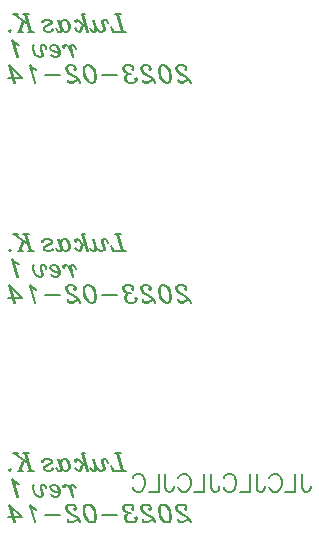
<source format=gbo>
%FSLAX46Y46*%
%MOMM*%
%ADD10C,0.150000*%
G01*
%LPD*%
G01*
%LPD*%
D10*
X34571428Y6342857D02*
X34571428Y7485714D01*
D10*
X34642856Y6128571D02*
X34571428Y6342857D01*
D10*
X34714284Y6057143D02*
X34642856Y6128571D01*
D10*
X34857144Y5985714D02*
X34714284Y6057143D01*
D10*
X35000000Y5985714D02*
X34857144Y5985714D01*
D10*
X35142856Y6057143D02*
X35000000Y5985714D01*
D10*
X35214284Y6128571D02*
X35142856Y6057143D01*
D10*
X35285712Y6342857D02*
X35214284Y6128571D01*
D10*
X35285712Y6485714D02*
X35285712Y6342857D01*
D10*
X34000000Y5985714D02*
X34000000Y7485714D01*
D10*
X33142856Y5985714D02*
X34000000Y5985714D01*
D10*
X31857144Y7271428D02*
X31785714Y7128571D01*
D10*
X32000000Y7414285D02*
X31857144Y7271428D01*
D10*
X32142856Y7485714D02*
X32000000Y7414285D01*
D10*
X32428572Y7485714D02*
X32142856Y7485714D01*
D10*
X32571428Y7414285D02*
X32428572Y7485714D01*
D10*
X32714286Y7271428D02*
X32571428Y7414285D01*
D10*
X32785714Y7128571D02*
X32714286Y7271428D01*
D10*
X32857144Y6914285D02*
X32785714Y7128571D01*
D10*
X32857144Y6557143D02*
X32857144Y6914285D01*
D10*
X32785714Y6342857D02*
X32857144Y6557143D01*
D10*
X32714286Y6200000D02*
X32785714Y6342857D01*
D10*
X32571428Y6057143D02*
X32714286Y6200000D01*
D10*
X32428572Y5985714D02*
X32571428Y6057143D01*
D10*
X32142856Y5985714D02*
X32428572Y5985714D01*
D10*
X32000000Y6057143D02*
X32142856Y5985714D01*
D10*
X31857144Y6200000D02*
X32000000Y6057143D01*
D10*
X31785714Y6342857D02*
X31857144Y6200000D01*
D10*
X30714286Y6342857D02*
X30714286Y7485714D01*
D10*
X30785714Y6128571D02*
X30714286Y6342857D01*
D10*
X30857144Y6057143D02*
X30785714Y6128571D01*
D10*
X31000000Y5985714D02*
X30857144Y6057143D01*
D10*
X31142856Y5985714D02*
X31000000Y5985714D01*
D10*
X31285714Y6057143D02*
X31142856Y5985714D01*
D10*
X31357144Y6128571D02*
X31285714Y6057143D01*
D10*
X31428572Y6342857D02*
X31357144Y6128571D01*
D10*
X31428572Y6485714D02*
X31428572Y6342857D01*
D10*
X30142856Y5985714D02*
X30142856Y7485714D01*
D10*
X29285714Y5985714D02*
X30142856Y5985714D01*
D10*
X28000000Y7271428D02*
X27928572Y7128571D01*
D10*
X28142856Y7414285D02*
X28000000Y7271428D01*
D10*
X28285714Y7485714D02*
X28142856Y7414285D01*
D10*
X28571428Y7485714D02*
X28285714Y7485714D01*
D10*
X28714286Y7414285D02*
X28571428Y7485714D01*
D10*
X28857144Y7271428D02*
X28714286Y7414285D01*
D10*
X28928572Y7128571D02*
X28857144Y7271428D01*
D10*
X29000000Y6914285D02*
X28928572Y7128571D01*
D10*
X29000000Y6557143D02*
X29000000Y6914285D01*
D10*
X28928572Y6342857D02*
X29000000Y6557143D01*
D10*
X28857144Y6200000D02*
X28928572Y6342857D01*
D10*
X28714286Y6057143D02*
X28857144Y6200000D01*
D10*
X28571428Y5985714D02*
X28714286Y6057143D01*
D10*
X28285714Y5985714D02*
X28571428Y5985714D01*
D10*
X28142856Y6057143D02*
X28285714Y5985714D01*
D10*
X28000000Y6200000D02*
X28142856Y6057143D01*
D10*
X27928572Y6342857D02*
X28000000Y6200000D01*
D10*
X26857144Y6342857D02*
X26857144Y7485714D01*
D10*
X26928572Y6128571D02*
X26857144Y6342857D01*
D10*
X27000000Y6057143D02*
X26928572Y6128571D01*
D10*
X27142856Y5985714D02*
X27000000Y6057143D01*
D10*
X27285714Y5985714D02*
X27142856Y5985714D01*
D10*
X27428572Y6057143D02*
X27285714Y5985714D01*
D10*
X27500000Y6128571D02*
X27428572Y6057143D01*
D10*
X27571428Y6342857D02*
X27500000Y6128571D01*
D10*
X27571428Y6485714D02*
X27571428Y6342857D01*
D10*
X26285714Y5985714D02*
X26285714Y7485714D01*
D10*
X25428572Y5985714D02*
X26285714Y5985714D01*
D10*
X24142856Y7271428D02*
X24071428Y7128571D01*
D10*
X24285714Y7414285D02*
X24142856Y7271428D01*
D10*
X24428572Y7485714D02*
X24285714Y7414285D01*
D10*
X24714286Y7485714D02*
X24428572Y7485714D01*
D10*
X24857144Y7414285D02*
X24714286Y7485714D01*
D10*
X25000000Y7271428D02*
X24857144Y7414285D01*
D10*
X25071428Y7128571D02*
X25000000Y7271428D01*
D10*
X25142856Y6914285D02*
X25071428Y7128571D01*
D10*
X25142856Y6557143D02*
X25142856Y6914285D01*
D10*
X25071428Y6342857D02*
X25142856Y6557143D01*
D10*
X25000000Y6200000D02*
X25071428Y6342857D01*
D10*
X24857144Y6057143D02*
X25000000Y6200000D01*
D10*
X24714286Y5985714D02*
X24857144Y6057143D01*
D10*
X24428572Y5985714D02*
X24714286Y5985714D01*
D10*
X24285714Y6057143D02*
X24428572Y5985714D01*
D10*
X24142856Y6200000D02*
X24285714Y6057143D01*
D10*
X24071428Y6342857D02*
X24142856Y6200000D01*
D10*
X23000000Y6342857D02*
X23000000Y7485714D01*
D10*
X23071428Y6128571D02*
X23000000Y6342857D01*
D10*
X23142856Y6057143D02*
X23071428Y6128571D01*
D10*
X23285714Y5985714D02*
X23142856Y6057143D01*
D10*
X23428572Y5985714D02*
X23285714Y5985714D01*
D10*
X23571428Y6057143D02*
X23428572Y5985714D01*
D10*
X23642856Y6128571D02*
X23571428Y6057143D01*
D10*
X23714286Y6342857D02*
X23642856Y6128571D01*
D10*
X23714286Y6485714D02*
X23714286Y6342857D01*
D10*
X22428572Y5985714D02*
X22428572Y7485714D01*
D10*
X21571428Y5985714D02*
X22428572Y5985714D01*
D10*
X20285714Y7271428D02*
X20214286Y7128571D01*
D10*
X20428572Y7414285D02*
X20285714Y7271428D01*
D10*
X20571428Y7485714D02*
X20428572Y7414285D01*
D10*
X20857142Y7485714D02*
X20571428Y7485714D01*
D10*
X21000000Y7414285D02*
X20857142Y7485714D01*
D10*
X21142858Y7271428D02*
X21000000Y7414285D01*
D10*
X21214286Y7128571D02*
X21142858Y7271428D01*
D10*
X21285714Y6914285D02*
X21214286Y7128571D01*
D10*
X21285714Y6557143D02*
X21285714Y6914285D01*
D10*
X21214286Y6342857D02*
X21285714Y6557143D01*
D10*
X21142858Y6200000D02*
X21214286Y6342857D01*
D10*
X21000000Y6057143D02*
X21142858Y6200000D01*
D10*
X20857142Y5985714D02*
X21000000Y6057143D01*
D10*
X20571428Y5985714D02*
X20857142Y5985714D01*
D10*
X20428572Y6057143D02*
X20571428Y5985714D01*
D10*
X20285714Y6200000D02*
X20428572Y6057143D01*
D10*
X20214286Y6342857D02*
X20285714Y6200000D01*
D10*
X19428572Y44935716D02*
X19000000Y46435716D01*
D10*
X19357144Y44935716D02*
X18928572Y46435716D01*
D10*
X18714286Y46435716D02*
X19214286Y46435716D01*
D10*
X18571428Y44935716D02*
X19642856Y44935716D01*
D10*
X18428572Y45364284D02*
X18571428Y44935716D01*
D10*
X18642856Y44935716D02*
X18428572Y45364284D01*
D10*
X18071428Y45792856D02*
X18142856Y45650000D01*
D10*
X17928572Y45935716D02*
X18071428Y45792856D01*
D10*
X17714286Y45935716D02*
X17928572Y45935716D01*
D10*
X17642856Y45864284D02*
X17714286Y45935716D01*
D10*
X17642856Y45650000D02*
X17642856Y45864284D01*
D10*
X17785714Y45221428D02*
X17642856Y45650000D01*
D10*
X17785714Y45078572D02*
X17785714Y45221428D01*
D10*
X17642856Y44935716D02*
X17785714Y45078572D01*
D10*
X17714286Y45864284D02*
X17785714Y45935716D01*
D10*
X17714286Y45650000D02*
X17714286Y45864284D01*
D10*
X17857142Y45221428D02*
X17714286Y45650000D01*
D10*
X17857142Y45078572D02*
X17857142Y45221428D01*
D10*
X17785714Y45007144D02*
X17857142Y45078572D01*
D10*
X17642856Y44935716D02*
X17785714Y45007144D01*
D10*
X17500000Y44935716D02*
X17642856Y44935716D01*
D10*
X17357142Y45007144D02*
X17500000Y44935716D01*
D10*
X17214286Y45150000D02*
X17357142Y45007144D01*
D10*
X17071428Y45435716D02*
X17214286Y45150000D01*
D10*
X17071428Y45435716D02*
X16928572Y45935716D01*
D10*
X17142856Y45150000D02*
X17071428Y45435716D01*
D10*
X17142856Y45007144D02*
X17142856Y45150000D01*
D10*
X17071428Y44935716D02*
X17142856Y45007144D01*
D10*
X16857142Y44935716D02*
X17071428Y44935716D01*
D10*
X16714286Y45078572D02*
X16857142Y44935716D01*
D10*
X16642857Y45221428D02*
X16714286Y45078572D01*
D10*
X17000000Y45435716D02*
X16857142Y45935716D01*
D10*
X17071428Y45150000D02*
X17000000Y45435716D01*
D10*
X17071428Y45007144D02*
X17071428Y45150000D01*
D10*
X17000000Y44935716D02*
X17071428Y45007144D01*
D10*
X16428572Y44935716D02*
X16000000Y46435716D01*
D10*
X16357143Y44935716D02*
X15928572Y46435716D01*
D10*
X15500000Y45792856D02*
X15428572Y45864284D01*
D10*
X15428572Y45721428D02*
X15500000Y45792856D01*
D10*
X15357143Y45792856D02*
X15428572Y45721428D01*
D10*
X15357143Y45864284D02*
X15357143Y45792856D01*
D10*
X15428572Y45935716D02*
X15357143Y45864284D01*
D10*
X15500000Y45935716D02*
X15428572Y45935716D01*
D10*
X15642857Y45864284D02*
X15500000Y45935716D01*
D10*
X15928572Y45578572D02*
X15642857Y45864284D01*
D10*
X16071428Y45507144D02*
X15928572Y45578572D01*
D10*
X16214286Y45507144D02*
X16071428Y45507144D01*
D10*
X15928572Y45435716D02*
X16071428Y45507144D01*
D10*
X15785714Y45007144D02*
X15928572Y45435716D01*
D10*
X15714286Y44935716D02*
X15785714Y45007144D01*
D10*
X16000000Y45435716D02*
X16071428Y45507144D01*
D10*
X15857143Y45007144D02*
X16000000Y45435716D01*
D10*
X15785714Y44935716D02*
X15857143Y45007144D01*
D10*
X15642857Y44935716D02*
X15785714Y44935716D01*
D10*
X15500000Y45007144D02*
X15642857Y44935716D01*
D10*
X15357143Y45221428D02*
X15500000Y45007144D01*
D10*
X15928572Y46435716D02*
X16214286Y46435716D01*
D10*
X14142857Y45435716D02*
X14000000Y45935716D01*
D10*
X14214286Y45150000D02*
X14142857Y45435716D01*
D10*
X14214286Y45007144D02*
X14214286Y45150000D01*
D10*
X14142857Y44935716D02*
X14214286Y45007144D01*
D10*
X13928572Y44935716D02*
X14142857Y44935716D01*
D10*
X13785714Y45078572D02*
X13928572Y44935716D01*
D10*
X13714286Y45221428D02*
X13785714Y45078572D01*
D10*
X14071428Y45435716D02*
X13928572Y45935716D01*
D10*
X14142857Y45150000D02*
X14071428Y45435716D01*
D10*
X14142857Y45007144D02*
X14142857Y45150000D01*
D10*
X14071428Y44935716D02*
X14142857Y45007144D01*
D10*
X14142857Y45650000D02*
X14142857Y45435716D01*
D10*
X14214286Y45864284D02*
X14142857Y45650000D01*
D10*
X14357143Y45935716D02*
X14214286Y45864284D01*
D10*
X14500000Y45935716D02*
X14357143Y45935716D01*
D10*
X14714286Y45864284D02*
X14500000Y45935716D01*
D10*
X14857143Y45650000D02*
X14714286Y45864284D01*
D10*
X14928572Y45435716D02*
X14857143Y45650000D01*
D10*
X14928572Y45221428D02*
X14928572Y45435716D01*
D10*
X14857143Y45078572D02*
X14928572Y45221428D01*
D10*
X14785714Y45007144D02*
X14857143Y45078572D01*
D10*
X14642857Y44935716D02*
X14785714Y45007144D01*
D10*
X14500000Y44935716D02*
X14642857Y44935716D01*
D10*
X14357143Y45007144D02*
X14500000Y44935716D01*
D10*
X14214286Y45221428D02*
X14357143Y45007144D01*
D10*
X14142857Y45435716D02*
X14214286Y45221428D01*
D10*
X14642857Y45864284D02*
X14500000Y45935716D01*
D10*
X14785714Y45650000D02*
X14642857Y45864284D01*
D10*
X14857143Y45435716D02*
X14785714Y45650000D01*
D10*
X14857143Y45150000D02*
X14857143Y45435716D01*
D10*
X14785714Y45007144D02*
X14857143Y45150000D01*
D10*
X12642857Y45721428D02*
X12642857Y45792856D01*
D10*
X12571428Y45721428D02*
X12642857Y45721428D01*
D10*
X12571428Y45792856D02*
X12571428Y45721428D01*
D10*
X12642857Y45864284D02*
X12571428Y45792856D01*
D10*
X12857143Y45935716D02*
X12642857Y45864284D01*
D10*
X13071428Y45935716D02*
X12857143Y45935716D01*
D10*
X13285714Y45864284D02*
X13071428Y45935716D01*
D10*
X13357143Y45792856D02*
X13285714Y45864284D01*
D10*
X13357143Y45650000D02*
X13357143Y45792856D01*
D10*
X13285714Y45578572D02*
X13357143Y45650000D01*
D10*
X12785714Y45292856D02*
X13285714Y45578572D01*
D10*
X12714286Y45221428D02*
X12785714Y45292856D01*
D10*
X13285714Y45650000D02*
X13357143Y45721428D01*
D10*
X12785714Y45364284D02*
X13285714Y45650000D01*
D10*
X12714286Y45292856D02*
X12785714Y45364284D01*
D10*
X12714286Y45078572D02*
X12714286Y45292856D01*
D10*
X12785714Y45007144D02*
X12714286Y45078572D01*
D10*
X13000000Y44935716D02*
X12785714Y45007144D01*
D10*
X13214286Y44935716D02*
X13000000Y44935716D01*
D10*
X13428571Y45007144D02*
X13214286Y44935716D01*
D10*
X13500000Y45078572D02*
X13428571Y45007144D01*
D10*
X13500000Y45150000D02*
X13500000Y45078572D01*
D10*
X13428571Y45150000D02*
X13500000Y45150000D01*
D10*
X13428571Y45078572D02*
X13428571Y45150000D01*
D10*
X11642857Y44935716D02*
X11214286Y46435716D01*
D10*
X11571428Y44935716D02*
X11142857Y46435716D01*
D10*
X11428571Y45507144D02*
X10214286Y46435716D01*
D10*
X10642857Y44935716D02*
X10928571Y45792856D01*
D10*
X10714286Y44935716D02*
X11000000Y45792856D01*
D10*
X10928571Y46435716D02*
X11428571Y46435716D01*
D10*
X10071429Y46435716D02*
X10500000Y46435716D01*
D10*
X11357143Y44935716D02*
X11857143Y44935716D01*
D10*
X10500000Y44935716D02*
X10928571Y44935716D01*
D10*
X9928571Y45007144D02*
X9857143Y45078572D01*
D10*
X9857143Y44935716D02*
X9928571Y45007144D01*
D10*
X9785714Y45007144D02*
X9857143Y44935716D01*
D10*
X9857143Y45078572D02*
X9785714Y45007144D01*
D10*
X15357143Y43617856D02*
X15428572Y43475000D01*
D10*
X15214286Y43760716D02*
X15357143Y43617856D01*
D10*
X15000000Y43760716D02*
X15214286Y43760716D01*
D10*
X14928572Y43689284D02*
X15000000Y43760716D01*
D10*
X14928572Y43546428D02*
X14928572Y43689284D01*
D10*
X15000000Y43260716D02*
X14928572Y43546428D01*
D10*
X15142857Y42760716D02*
X15000000Y43260716D01*
D10*
X15000000Y43689284D02*
X15071428Y43760716D01*
D10*
X15000000Y43546428D02*
X15000000Y43689284D01*
D10*
X15071428Y43260716D02*
X15000000Y43546428D01*
D10*
X15214286Y42760716D02*
X15071428Y43260716D01*
D10*
X14857143Y43546428D02*
X15000000Y43260716D01*
D10*
X14714286Y43689284D02*
X14857143Y43546428D01*
D10*
X14571428Y43760716D02*
X14714286Y43689284D01*
D10*
X14428572Y43760716D02*
X14571428Y43760716D01*
D10*
X14357143Y43689284D02*
X14428572Y43760716D01*
D10*
X14357143Y43617856D02*
X14357143Y43689284D01*
D10*
X14428572Y43546428D02*
X14357143Y43617856D01*
D10*
X14500000Y43617856D02*
X14428572Y43546428D01*
D10*
X14428572Y43689284D02*
X14500000Y43617856D01*
D10*
X13714286Y43189284D02*
X14000000Y43117856D01*
D10*
X13500000Y43260716D02*
X13714286Y43189284D01*
D10*
X13285714Y43403572D02*
X13500000Y43260716D01*
D10*
X13214286Y43546428D02*
X13285714Y43403572D01*
D10*
X13285714Y43689284D02*
X13214286Y43546428D01*
D10*
X13428571Y43760716D02*
X13285714Y43689284D01*
D10*
X13642857Y43760716D02*
X13428571Y43760716D01*
D10*
X13857143Y43689284D02*
X13642857Y43760716D01*
D10*
X14000000Y43475000D02*
X13857143Y43689284D01*
D10*
X14071428Y43260716D02*
X14000000Y43475000D01*
D10*
X14071428Y43046428D02*
X14071428Y43260716D01*
D10*
X14000000Y42903572D02*
X14071428Y43046428D01*
D10*
X13928572Y42832144D02*
X14000000Y42903572D01*
D10*
X13785714Y42760716D02*
X13928572Y42832144D01*
D10*
X13642857Y42760716D02*
X13785714Y42760716D01*
D10*
X13428571Y42832144D02*
X13642857Y42760716D01*
D10*
X13285714Y42975000D02*
X13428571Y42832144D01*
D10*
X13785714Y43689284D02*
X13642857Y43760716D01*
D10*
X13928572Y43475000D02*
X13785714Y43689284D01*
D10*
X14000000Y43260716D02*
X13928572Y43475000D01*
D10*
X14000000Y42975000D02*
X14000000Y43260716D01*
D10*
X13928572Y42832144D02*
X14000000Y42975000D01*
D10*
X12857143Y43617856D02*
X12928572Y43475000D01*
D10*
X12714286Y43760716D02*
X12857143Y43617856D01*
D10*
X12500000Y43760716D02*
X12714286Y43760716D01*
D10*
X12428572Y43689284D02*
X12500000Y43760716D01*
D10*
X12428572Y43475000D02*
X12428572Y43689284D01*
D10*
X12571428Y43046428D02*
X12428572Y43475000D01*
D10*
X12571428Y42903572D02*
X12571428Y43046428D01*
D10*
X12428572Y42760716D02*
X12571428Y42903572D01*
D10*
X12500000Y43689284D02*
X12571428Y43760716D01*
D10*
X12500000Y43475000D02*
X12500000Y43689284D01*
D10*
X12642857Y43046428D02*
X12500000Y43475000D01*
D10*
X12642857Y42903572D02*
X12642857Y43046428D01*
D10*
X12571428Y42832144D02*
X12642857Y42903572D01*
D10*
X12428572Y42760716D02*
X12571428Y42832144D01*
D10*
X12357143Y42760716D02*
X12428572Y42760716D01*
D10*
X12142857Y42832144D02*
X12357143Y42760716D01*
D10*
X12000000Y42975000D02*
X12142857Y42832144D01*
D10*
X11857143Y43189284D02*
X12000000Y42975000D01*
D10*
X11785714Y43475000D02*
X11857143Y43189284D01*
D10*
X11785714Y43760716D02*
X11785714Y43475000D01*
D10*
X11857143Y43760716D02*
X11785714Y43760716D01*
D10*
X11785714Y43617856D02*
X11857143Y43760716D01*
D10*
X10500000Y42760716D02*
X10142857Y43975000D01*
D10*
X10428571Y42760716D02*
X10000000Y44260716D01*
D10*
X10214286Y44046428D02*
X10000000Y44260716D01*
D10*
X10428571Y43903572D02*
X10214286Y44046428D01*
D10*
X10571428Y43832144D02*
X10428571Y43903572D01*
D10*
X10357143Y43903572D02*
X10071429Y44046428D01*
D10*
X10571428Y43832144D02*
X10357143Y43903572D01*
D10*
X24642856Y41728572D02*
X24714284Y41800000D01*
D10*
X24714284Y41657144D02*
X24642856Y41728572D01*
D10*
X24785714Y41728572D02*
X24714284Y41657144D01*
D10*
X24785714Y41800000D02*
X24785714Y41728572D01*
D10*
X24714284Y41942856D02*
X24785714Y41800000D01*
D10*
X24642856Y42014284D02*
X24714284Y41942856D01*
D10*
X24428572Y42085716D02*
X24642856Y42014284D01*
D10*
X24214284Y42085716D02*
X24428572Y42085716D01*
D10*
X24000000Y42014284D02*
X24214284Y42085716D01*
D10*
X23928572Y41871428D02*
X24000000Y42014284D01*
D10*
X23928572Y41728572D02*
X23928572Y41871428D01*
D10*
X24000000Y41585716D02*
X23928572Y41728572D01*
D10*
X24142856Y41442856D02*
X24000000Y41585716D01*
D10*
X24357144Y41300000D02*
X24142856Y41442856D01*
D10*
X24642856Y41157144D02*
X24357144Y41300000D01*
D10*
X24857144Y41014284D02*
X24642856Y41157144D01*
D10*
X25000000Y40871428D02*
X24857144Y41014284D01*
D10*
X25142856Y40585716D02*
X25000000Y40871428D01*
D10*
X24071428Y42014284D02*
X24214284Y42085716D01*
D10*
X24000000Y41871428D02*
X24071428Y42014284D01*
D10*
X24000000Y41728572D02*
X24000000Y41871428D01*
D10*
X24071428Y41585716D02*
X24000000Y41728572D01*
D10*
X24214284Y41442856D02*
X24071428Y41585716D01*
D10*
X24642856Y41157144D02*
X24214284Y41442856D01*
D10*
X25000000Y40800000D02*
X25071428Y40728572D01*
D10*
X24857144Y40800000D02*
X25000000Y40800000D01*
D10*
X24500000Y40657144D02*
X24857144Y40800000D01*
D10*
X24285714Y40657144D02*
X24500000Y40657144D01*
D10*
X24142856Y40728572D02*
X24285714Y40657144D01*
D10*
X24071428Y40871428D02*
X24142856Y40728572D01*
D10*
X24500000Y40585716D02*
X24857144Y40800000D01*
D10*
X24285714Y40585716D02*
X24500000Y40585716D01*
D10*
X24142856Y40657144D02*
X24285714Y40585716D01*
D10*
X24071428Y40871428D02*
X24142856Y40657144D01*
D10*
X23071428Y42014284D02*
X22857144Y42085716D01*
D10*
X23214286Y41871428D02*
X23071428Y42014284D01*
D10*
X23357144Y41657144D02*
X23214286Y41871428D01*
D10*
X23428572Y41442856D02*
X23357144Y41657144D01*
D10*
X23500000Y41157144D02*
X23428572Y41442856D01*
D10*
X23500000Y40942856D02*
X23500000Y41157144D01*
D10*
X23428572Y40728572D02*
X23500000Y40942856D01*
D10*
X23357144Y40657144D02*
X23428572Y40728572D01*
D10*
X23214286Y40585716D02*
X23357144Y40657144D01*
D10*
X23071428Y40585716D02*
X23214286Y40585716D01*
D10*
X22857144Y40657144D02*
X23071428Y40585716D01*
D10*
X22714286Y40800000D02*
X22857144Y40657144D01*
D10*
X22571428Y41014284D02*
X22714286Y40800000D01*
D10*
X22500000Y41228572D02*
X22571428Y41014284D01*
D10*
X22428572Y41514284D02*
X22500000Y41228572D01*
D10*
X22428572Y41728572D02*
X22428572Y41514284D01*
D10*
X22500000Y41942856D02*
X22428572Y41728572D01*
D10*
X22571428Y42014284D02*
X22500000Y41942856D01*
D10*
X22714286Y42085716D02*
X22571428Y42014284D01*
D10*
X22857144Y42085716D02*
X22714286Y42085716D01*
D10*
X23000000Y42014284D02*
X22857144Y42085716D01*
D10*
X23142856Y41871428D02*
X23000000Y42014284D01*
D10*
X23285714Y41657144D02*
X23142856Y41871428D01*
D10*
X23357144Y41442856D02*
X23285714Y41657144D01*
D10*
X23428572Y41157144D02*
X23357144Y41442856D01*
D10*
X23428572Y40942856D02*
X23428572Y41157144D01*
D10*
X23357144Y40728572D02*
X23428572Y40942856D01*
D10*
X23214286Y40585716D02*
X23357144Y40728572D01*
D10*
X22928572Y40657144D02*
X23071428Y40585716D01*
D10*
X22785714Y40800000D02*
X22928572Y40657144D01*
D10*
X22642856Y41014284D02*
X22785714Y40800000D01*
D10*
X22571428Y41228572D02*
X22642856Y41014284D01*
D10*
X22500000Y41514284D02*
X22571428Y41228572D01*
D10*
X22500000Y41728572D02*
X22500000Y41514284D01*
D10*
X22571428Y41942856D02*
X22500000Y41728572D01*
D10*
X22714286Y42085716D02*
X22571428Y41942856D01*
D10*
X21642856Y41728572D02*
X21714286Y41800000D01*
D10*
X21714286Y41657144D02*
X21642856Y41728572D01*
D10*
X21785714Y41728572D02*
X21714286Y41657144D01*
D10*
X21785714Y41800000D02*
X21785714Y41728572D01*
D10*
X21714286Y41942856D02*
X21785714Y41800000D01*
D10*
X21642856Y42014284D02*
X21714286Y41942856D01*
D10*
X21428572Y42085716D02*
X21642856Y42014284D01*
D10*
X21214286Y42085716D02*
X21428572Y42085716D01*
D10*
X21000000Y42014284D02*
X21214286Y42085716D01*
D10*
X20928572Y41871428D02*
X21000000Y42014284D01*
D10*
X20928572Y41728572D02*
X20928572Y41871428D01*
D10*
X21000000Y41585716D02*
X20928572Y41728572D01*
D10*
X21142856Y41442856D02*
X21000000Y41585716D01*
D10*
X21357144Y41300000D02*
X21142856Y41442856D01*
D10*
X21642856Y41157144D02*
X21357144Y41300000D01*
D10*
X21857144Y41014284D02*
X21642856Y41157144D01*
D10*
X22000000Y40871428D02*
X21857144Y41014284D01*
D10*
X22142856Y40585716D02*
X22000000Y40871428D01*
D10*
X21071428Y42014284D02*
X21214286Y42085716D01*
D10*
X21000000Y41871428D02*
X21071428Y42014284D01*
D10*
X21000000Y41728572D02*
X21000000Y41871428D01*
D10*
X21071428Y41585716D02*
X21000000Y41728572D01*
D10*
X21214286Y41442856D02*
X21071428Y41585716D01*
D10*
X21642856Y41157144D02*
X21214286Y41442856D01*
D10*
X22000000Y40800000D02*
X22071428Y40728572D01*
D10*
X21857144Y40800000D02*
X22000000Y40800000D01*
D10*
X21500000Y40657144D02*
X21857144Y40800000D01*
D10*
X21285714Y40657144D02*
X21500000Y40657144D01*
D10*
X21142856Y40728572D02*
X21285714Y40657144D01*
D10*
X21071428Y40871428D02*
X21142856Y40728572D01*
D10*
X21500000Y40585716D02*
X21857144Y40800000D01*
D10*
X21285714Y40585716D02*
X21500000Y40585716D01*
D10*
X21142856Y40657144D02*
X21285714Y40585716D01*
D10*
X21071428Y40871428D02*
X21142856Y40657144D01*
D10*
X20142856Y41728572D02*
X20214286Y41800000D01*
D10*
X20214286Y41657144D02*
X20142856Y41728572D01*
D10*
X20285714Y41728572D02*
X20214286Y41657144D01*
D10*
X20285714Y41800000D02*
X20285714Y41728572D01*
D10*
X20214286Y41942856D02*
X20285714Y41800000D01*
D10*
X20142856Y42014284D02*
X20214286Y41942856D01*
D10*
X19928572Y42085716D02*
X20142856Y42014284D01*
D10*
X19714286Y42085716D02*
X19928572Y42085716D01*
D10*
X19500000Y42014284D02*
X19714286Y42085716D01*
D10*
X19428572Y41871428D02*
X19500000Y42014284D01*
D10*
X19428572Y41728572D02*
X19428572Y41871428D01*
D10*
X19500000Y41585716D02*
X19428572Y41728572D01*
D10*
X19714286Y41442856D02*
X19500000Y41585716D01*
D10*
X19928572Y41371428D02*
X19714286Y41442856D01*
D10*
X19571428Y42014284D02*
X19714286Y42085716D01*
D10*
X19500000Y41871428D02*
X19571428Y42014284D01*
D10*
X19500000Y41728572D02*
X19500000Y41871428D01*
D10*
X19571428Y41585716D02*
X19500000Y41728572D01*
D10*
X19714286Y41442856D02*
X19571428Y41585716D01*
D10*
X19928572Y41371428D02*
X20071428Y41371428D01*
D10*
X19714286Y41300000D02*
X19928572Y41371428D01*
D10*
X19642856Y41228572D02*
X19714286Y41300000D01*
D10*
X19571428Y41085716D02*
X19642856Y41228572D01*
D10*
X19571428Y40871428D02*
X19571428Y41085716D01*
D10*
X19642856Y40728572D02*
X19571428Y40871428D01*
D10*
X19714286Y40657144D02*
X19642856Y40728572D01*
D10*
X19928572Y40585716D02*
X19714286Y40657144D01*
D10*
X20214286Y40585716D02*
X19928572Y40585716D01*
D10*
X20428572Y40657144D02*
X20214286Y40585716D01*
D10*
X20500000Y40728572D02*
X20428572Y40657144D01*
D10*
X20571428Y40871428D02*
X20500000Y40728572D01*
D10*
X20571428Y40942856D02*
X20571428Y40871428D01*
D10*
X20500000Y41014284D02*
X20571428Y40942856D01*
D10*
X20428572Y40942856D02*
X20500000Y41014284D01*
D10*
X20500000Y40871428D02*
X20428572Y40942856D01*
D10*
X19785714Y41300000D02*
X19928572Y41371428D01*
D10*
X19714286Y41228572D02*
X19785714Y41300000D01*
D10*
X19642856Y41085716D02*
X19714286Y41228572D01*
D10*
X19642856Y40871428D02*
X19642856Y41085716D01*
D10*
X19714286Y40728572D02*
X19642856Y40871428D01*
D10*
X19785714Y40657144D02*
X19714286Y40728572D01*
D10*
X19928572Y40585716D02*
X19785714Y40657144D01*
D10*
X17642856Y41228572D02*
X18928572Y41228572D01*
D10*
X16714286Y42014284D02*
X16500000Y42085716D01*
D10*
X16857142Y41871428D02*
X16714286Y42014284D01*
D10*
X17000000Y41657144D02*
X16857142Y41871428D01*
D10*
X17071428Y41442856D02*
X17000000Y41657144D01*
D10*
X17142856Y41157144D02*
X17071428Y41442856D01*
D10*
X17142856Y40942856D02*
X17142856Y41157144D01*
D10*
X17071428Y40728572D02*
X17142856Y40942856D01*
D10*
X17000000Y40657144D02*
X17071428Y40728572D01*
D10*
X16857142Y40585716D02*
X17000000Y40657144D01*
D10*
X16714286Y40585716D02*
X16857142Y40585716D01*
D10*
X16500000Y40657144D02*
X16714286Y40585716D01*
D10*
X16357143Y40800000D02*
X16500000Y40657144D01*
D10*
X16214286Y41014284D02*
X16357143Y40800000D01*
D10*
X16142857Y41228572D02*
X16214286Y41014284D01*
D10*
X16071428Y41514284D02*
X16142857Y41228572D01*
D10*
X16071428Y41728572D02*
X16071428Y41514284D01*
D10*
X16142857Y41942856D02*
X16071428Y41728572D01*
D10*
X16214286Y42014284D02*
X16142857Y41942856D01*
D10*
X16357143Y42085716D02*
X16214286Y42014284D01*
D10*
X16500000Y42085716D02*
X16357143Y42085716D01*
D10*
X16642857Y42014284D02*
X16500000Y42085716D01*
D10*
X16785714Y41871428D02*
X16642857Y42014284D01*
D10*
X16928572Y41657144D02*
X16785714Y41871428D01*
D10*
X17000000Y41442856D02*
X16928572Y41657144D01*
D10*
X17071428Y41157144D02*
X17000000Y41442856D01*
D10*
X17071428Y40942856D02*
X17071428Y41157144D01*
D10*
X17000000Y40728572D02*
X17071428Y40942856D01*
D10*
X16857142Y40585716D02*
X17000000Y40728572D01*
D10*
X16571428Y40657144D02*
X16714286Y40585716D01*
D10*
X16428572Y40800000D02*
X16571428Y40657144D01*
D10*
X16285714Y41014284D02*
X16428572Y40800000D01*
D10*
X16214286Y41228572D02*
X16285714Y41014284D01*
D10*
X16142857Y41514284D02*
X16214286Y41228572D01*
D10*
X16142857Y41728572D02*
X16142857Y41514284D01*
D10*
X16214286Y41942856D02*
X16142857Y41728572D01*
D10*
X16357143Y42085716D02*
X16214286Y41942856D01*
D10*
X15285714Y41728572D02*
X15357143Y41800000D01*
D10*
X15357143Y41657144D02*
X15285714Y41728572D01*
D10*
X15428572Y41728572D02*
X15357143Y41657144D01*
D10*
X15428572Y41800000D02*
X15428572Y41728572D01*
D10*
X15357143Y41942856D02*
X15428572Y41800000D01*
D10*
X15285714Y42014284D02*
X15357143Y41942856D01*
D10*
X15071428Y42085716D02*
X15285714Y42014284D01*
D10*
X14857143Y42085716D02*
X15071428Y42085716D01*
D10*
X14642857Y42014284D02*
X14857143Y42085716D01*
D10*
X14571428Y41871428D02*
X14642857Y42014284D01*
D10*
X14571428Y41728572D02*
X14571428Y41871428D01*
D10*
X14642857Y41585716D02*
X14571428Y41728572D01*
D10*
X14785714Y41442856D02*
X14642857Y41585716D01*
D10*
X15000000Y41300000D02*
X14785714Y41442856D01*
D10*
X15285714Y41157144D02*
X15000000Y41300000D01*
D10*
X15500000Y41014284D02*
X15285714Y41157144D01*
D10*
X15642857Y40871428D02*
X15500000Y41014284D01*
D10*
X15785714Y40585716D02*
X15642857Y40871428D01*
D10*
X14714286Y42014284D02*
X14857143Y42085716D01*
D10*
X14642857Y41871428D02*
X14714286Y42014284D01*
D10*
X14642857Y41728572D02*
X14642857Y41871428D01*
D10*
X14714286Y41585716D02*
X14642857Y41728572D01*
D10*
X14857143Y41442856D02*
X14714286Y41585716D01*
D10*
X15285714Y41157144D02*
X14857143Y41442856D01*
D10*
X15642857Y40800000D02*
X15714286Y40728572D01*
D10*
X15500000Y40800000D02*
X15642857Y40800000D01*
D10*
X15142857Y40657144D02*
X15500000Y40800000D01*
D10*
X14928572Y40657144D02*
X15142857Y40657144D01*
D10*
X14785714Y40728572D02*
X14928572Y40657144D01*
D10*
X14714286Y40871428D02*
X14785714Y40728572D01*
D10*
X15142857Y40585716D02*
X15500000Y40800000D01*
D10*
X14928572Y40585716D02*
X15142857Y40585716D01*
D10*
X14785714Y40657144D02*
X14928572Y40585716D01*
D10*
X14714286Y40871428D02*
X14785714Y40657144D01*
D10*
X12785714Y41228572D02*
X14071428Y41228572D01*
D10*
X12000000Y40585716D02*
X11642857Y41800000D01*
D10*
X11928572Y40585716D02*
X11500000Y42085716D01*
D10*
X11714286Y41871428D02*
X11500000Y42085716D01*
D10*
X11928572Y41728572D02*
X11714286Y41871428D01*
D10*
X12071428Y41657144D02*
X11928572Y41728572D01*
D10*
X11857143Y41728572D02*
X11571428Y41871428D01*
D10*
X12071428Y41657144D02*
X11857143Y41728572D01*
D10*
X10285714Y40585716D02*
X9857143Y42014284D01*
D10*
X10214286Y40585716D02*
X9785714Y42085716D01*
D10*
X10857143Y41014284D02*
X9785714Y42085716D01*
D10*
X9714286Y41014284D02*
X10857143Y41014284D01*
D10*
X19428572Y26335714D02*
X19000000Y27835714D01*
D10*
X19357144Y26335714D02*
X18928572Y27835714D01*
D10*
X18714286Y27835714D02*
X19214286Y27835714D01*
D10*
X18571428Y26335714D02*
X19642856Y26335714D01*
D10*
X18428572Y26764286D02*
X18571428Y26335714D01*
D10*
X18642856Y26335714D02*
X18428572Y26764286D01*
D10*
X18071428Y27192858D02*
X18142856Y27050000D01*
D10*
X17928572Y27335714D02*
X18071428Y27192858D01*
D10*
X17714286Y27335714D02*
X17928572Y27335714D01*
D10*
X17642856Y27264286D02*
X17714286Y27335714D01*
D10*
X17642856Y27050000D02*
X17642856Y27264286D01*
D10*
X17785714Y26621428D02*
X17642856Y27050000D01*
D10*
X17785714Y26478572D02*
X17785714Y26621428D01*
D10*
X17642856Y26335714D02*
X17785714Y26478572D01*
D10*
X17714286Y27264286D02*
X17785714Y27335714D01*
D10*
X17714286Y27050000D02*
X17714286Y27264286D01*
D10*
X17857142Y26621428D02*
X17714286Y27050000D01*
D10*
X17857142Y26478572D02*
X17857142Y26621428D01*
D10*
X17785714Y26407142D02*
X17857142Y26478572D01*
D10*
X17642856Y26335714D02*
X17785714Y26407142D01*
D10*
X17500000Y26335714D02*
X17642856Y26335714D01*
D10*
X17357142Y26407142D02*
X17500000Y26335714D01*
D10*
X17214286Y26550000D02*
X17357142Y26407142D01*
D10*
X17071428Y26835714D02*
X17214286Y26550000D01*
D10*
X17071428Y26835714D02*
X16928572Y27335714D01*
D10*
X17142856Y26550000D02*
X17071428Y26835714D01*
D10*
X17142856Y26407142D02*
X17142856Y26550000D01*
D10*
X17071428Y26335714D02*
X17142856Y26407142D01*
D10*
X16857142Y26335714D02*
X17071428Y26335714D01*
D10*
X16714286Y26478572D02*
X16857142Y26335714D01*
D10*
X16642857Y26621428D02*
X16714286Y26478572D01*
D10*
X17000000Y26835714D02*
X16857142Y27335714D01*
D10*
X17071428Y26550000D02*
X17000000Y26835714D01*
D10*
X17071428Y26407142D02*
X17071428Y26550000D01*
D10*
X17000000Y26335714D02*
X17071428Y26407142D01*
D10*
X16428572Y26335714D02*
X16000000Y27835714D01*
D10*
X16357143Y26335714D02*
X15928572Y27835714D01*
D10*
X15500000Y27192858D02*
X15428572Y27264286D01*
D10*
X15428572Y27121428D02*
X15500000Y27192858D01*
D10*
X15357143Y27192858D02*
X15428572Y27121428D01*
D10*
X15357143Y27264286D02*
X15357143Y27192858D01*
D10*
X15428572Y27335714D02*
X15357143Y27264286D01*
D10*
X15500000Y27335714D02*
X15428572Y27335714D01*
D10*
X15642857Y27264286D02*
X15500000Y27335714D01*
D10*
X15928572Y26978572D02*
X15642857Y27264286D01*
D10*
X16071428Y26907142D02*
X15928572Y26978572D01*
D10*
X16214286Y26907142D02*
X16071428Y26907142D01*
D10*
X15928572Y26835714D02*
X16071428Y26907142D01*
D10*
X15785714Y26407142D02*
X15928572Y26835714D01*
D10*
X15714286Y26335714D02*
X15785714Y26407142D01*
D10*
X16000000Y26835714D02*
X16071428Y26907142D01*
D10*
X15857143Y26407142D02*
X16000000Y26835714D01*
D10*
X15785714Y26335714D02*
X15857143Y26407142D01*
D10*
X15642857Y26335714D02*
X15785714Y26335714D01*
D10*
X15500000Y26407142D02*
X15642857Y26335714D01*
D10*
X15357143Y26621428D02*
X15500000Y26407142D01*
D10*
X15928572Y27835714D02*
X16214286Y27835714D01*
D10*
X14142857Y26835714D02*
X14000000Y27335714D01*
D10*
X14214286Y26550000D02*
X14142857Y26835714D01*
D10*
X14214286Y26407142D02*
X14214286Y26550000D01*
D10*
X14142857Y26335714D02*
X14214286Y26407142D01*
D10*
X13928572Y26335714D02*
X14142857Y26335714D01*
D10*
X13785714Y26478572D02*
X13928572Y26335714D01*
D10*
X13714286Y26621428D02*
X13785714Y26478572D01*
D10*
X14071428Y26835714D02*
X13928572Y27335714D01*
D10*
X14142857Y26550000D02*
X14071428Y26835714D01*
D10*
X14142857Y26407142D02*
X14142857Y26550000D01*
D10*
X14071428Y26335714D02*
X14142857Y26407142D01*
D10*
X14142857Y27050000D02*
X14142857Y26835714D01*
D10*
X14214286Y27264286D02*
X14142857Y27050000D01*
D10*
X14357143Y27335714D02*
X14214286Y27264286D01*
D10*
X14500000Y27335714D02*
X14357143Y27335714D01*
D10*
X14714286Y27264286D02*
X14500000Y27335714D01*
D10*
X14857143Y27050000D02*
X14714286Y27264286D01*
D10*
X14928572Y26835714D02*
X14857143Y27050000D01*
D10*
X14928572Y26621428D02*
X14928572Y26835714D01*
D10*
X14857143Y26478572D02*
X14928572Y26621428D01*
D10*
X14785714Y26407142D02*
X14857143Y26478572D01*
D10*
X14642857Y26335714D02*
X14785714Y26407142D01*
D10*
X14500000Y26335714D02*
X14642857Y26335714D01*
D10*
X14357143Y26407142D02*
X14500000Y26335714D01*
D10*
X14214286Y26621428D02*
X14357143Y26407142D01*
D10*
X14142857Y26835714D02*
X14214286Y26621428D01*
D10*
X14642857Y27264286D02*
X14500000Y27335714D01*
D10*
X14785714Y27050000D02*
X14642857Y27264286D01*
D10*
X14857143Y26835714D02*
X14785714Y27050000D01*
D10*
X14857143Y26550000D02*
X14857143Y26835714D01*
D10*
X14785714Y26407142D02*
X14857143Y26550000D01*
D10*
X12642857Y27121428D02*
X12642857Y27192858D01*
D10*
X12571428Y27121428D02*
X12642857Y27121428D01*
D10*
X12571428Y27192858D02*
X12571428Y27121428D01*
D10*
X12642857Y27264286D02*
X12571428Y27192858D01*
D10*
X12857143Y27335714D02*
X12642857Y27264286D01*
D10*
X13071428Y27335714D02*
X12857143Y27335714D01*
D10*
X13285714Y27264286D02*
X13071428Y27335714D01*
D10*
X13357143Y27192858D02*
X13285714Y27264286D01*
D10*
X13357143Y27050000D02*
X13357143Y27192858D01*
D10*
X13285714Y26978572D02*
X13357143Y27050000D01*
D10*
X12785714Y26692858D02*
X13285714Y26978572D01*
D10*
X12714286Y26621428D02*
X12785714Y26692858D01*
D10*
X13285714Y27050000D02*
X13357143Y27121428D01*
D10*
X12785714Y26764286D02*
X13285714Y27050000D01*
D10*
X12714286Y26692858D02*
X12785714Y26764286D01*
D10*
X12714286Y26478572D02*
X12714286Y26692858D01*
D10*
X12785714Y26407142D02*
X12714286Y26478572D01*
D10*
X13000000Y26335714D02*
X12785714Y26407142D01*
D10*
X13214286Y26335714D02*
X13000000Y26335714D01*
D10*
X13428571Y26407142D02*
X13214286Y26335714D01*
D10*
X13500000Y26478572D02*
X13428571Y26407142D01*
D10*
X13500000Y26550000D02*
X13500000Y26478572D01*
D10*
X13428571Y26550000D02*
X13500000Y26550000D01*
D10*
X13428571Y26478572D02*
X13428571Y26550000D01*
D10*
X11642857Y26335714D02*
X11214286Y27835714D01*
D10*
X11571428Y26335714D02*
X11142857Y27835714D01*
D10*
X11428571Y26907142D02*
X10214286Y27835714D01*
D10*
X10642857Y26335714D02*
X10928571Y27192858D01*
D10*
X10714286Y26335714D02*
X11000000Y27192858D01*
D10*
X10928571Y27835714D02*
X11428571Y27835714D01*
D10*
X10071429Y27835714D02*
X10500000Y27835714D01*
D10*
X11357143Y26335714D02*
X11857143Y26335714D01*
D10*
X10500000Y26335714D02*
X10928571Y26335714D01*
D10*
X9928571Y26407142D02*
X9857143Y26478572D01*
D10*
X9857143Y26335714D02*
X9928571Y26407142D01*
D10*
X9785714Y26407142D02*
X9857143Y26335714D01*
D10*
X9857143Y26478572D02*
X9785714Y26407142D01*
D10*
X15357143Y25017858D02*
X15428572Y24875000D01*
D10*
X15214286Y25160714D02*
X15357143Y25017858D01*
D10*
X15000000Y25160714D02*
X15214286Y25160714D01*
D10*
X14928572Y25089286D02*
X15000000Y25160714D01*
D10*
X14928572Y24946428D02*
X14928572Y25089286D01*
D10*
X15000000Y24660714D02*
X14928572Y24946428D01*
D10*
X15142857Y24160714D02*
X15000000Y24660714D01*
D10*
X15000000Y25089286D02*
X15071428Y25160714D01*
D10*
X15000000Y24946428D02*
X15000000Y25089286D01*
D10*
X15071428Y24660714D02*
X15000000Y24946428D01*
D10*
X15214286Y24160714D02*
X15071428Y24660714D01*
D10*
X14857143Y24946428D02*
X15000000Y24660714D01*
D10*
X14714286Y25089286D02*
X14857143Y24946428D01*
D10*
X14571428Y25160714D02*
X14714286Y25089286D01*
D10*
X14428572Y25160714D02*
X14571428Y25160714D01*
D10*
X14357143Y25089286D02*
X14428572Y25160714D01*
D10*
X14357143Y25017858D02*
X14357143Y25089286D01*
D10*
X14428572Y24946428D02*
X14357143Y25017858D01*
D10*
X14500000Y25017858D02*
X14428572Y24946428D01*
D10*
X14428572Y25089286D02*
X14500000Y25017858D01*
D10*
X13714286Y24589286D02*
X14000000Y24517858D01*
D10*
X13500000Y24660714D02*
X13714286Y24589286D01*
D10*
X13285714Y24803572D02*
X13500000Y24660714D01*
D10*
X13214286Y24946428D02*
X13285714Y24803572D01*
D10*
X13285714Y25089286D02*
X13214286Y24946428D01*
D10*
X13428571Y25160714D02*
X13285714Y25089286D01*
D10*
X13642857Y25160714D02*
X13428571Y25160714D01*
D10*
X13857143Y25089286D02*
X13642857Y25160714D01*
D10*
X14000000Y24875000D02*
X13857143Y25089286D01*
D10*
X14071428Y24660714D02*
X14000000Y24875000D01*
D10*
X14071428Y24446428D02*
X14071428Y24660714D01*
D10*
X14000000Y24303572D02*
X14071428Y24446428D01*
D10*
X13928572Y24232142D02*
X14000000Y24303572D01*
D10*
X13785714Y24160714D02*
X13928572Y24232142D01*
D10*
X13642857Y24160714D02*
X13785714Y24160714D01*
D10*
X13428571Y24232142D02*
X13642857Y24160714D01*
D10*
X13285714Y24375000D02*
X13428571Y24232142D01*
D10*
X13785714Y25089286D02*
X13642857Y25160714D01*
D10*
X13928572Y24875000D02*
X13785714Y25089286D01*
D10*
X14000000Y24660714D02*
X13928572Y24875000D01*
D10*
X14000000Y24375000D02*
X14000000Y24660714D01*
D10*
X13928572Y24232142D02*
X14000000Y24375000D01*
D10*
X12857143Y25017858D02*
X12928572Y24875000D01*
D10*
X12714286Y25160714D02*
X12857143Y25017858D01*
D10*
X12500000Y25160714D02*
X12714286Y25160714D01*
D10*
X12428572Y25089286D02*
X12500000Y25160714D01*
D10*
X12428572Y24875000D02*
X12428572Y25089286D01*
D10*
X12571428Y24446428D02*
X12428572Y24875000D01*
D10*
X12571428Y24303572D02*
X12571428Y24446428D01*
D10*
X12428572Y24160714D02*
X12571428Y24303572D01*
D10*
X12500000Y25089286D02*
X12571428Y25160714D01*
D10*
X12500000Y24875000D02*
X12500000Y25089286D01*
D10*
X12642857Y24446428D02*
X12500000Y24875000D01*
D10*
X12642857Y24303572D02*
X12642857Y24446428D01*
D10*
X12571428Y24232142D02*
X12642857Y24303572D01*
D10*
X12428572Y24160714D02*
X12571428Y24232142D01*
D10*
X12357143Y24160714D02*
X12428572Y24160714D01*
D10*
X12142857Y24232142D02*
X12357143Y24160714D01*
D10*
X12000000Y24375000D02*
X12142857Y24232142D01*
D10*
X11857143Y24589286D02*
X12000000Y24375000D01*
D10*
X11785714Y24875000D02*
X11857143Y24589286D01*
D10*
X11785714Y25160714D02*
X11785714Y24875000D01*
D10*
X11857143Y25160714D02*
X11785714Y25160714D01*
D10*
X11785714Y25017858D02*
X11857143Y25160714D01*
D10*
X10500000Y24160714D02*
X10142857Y25375000D01*
D10*
X10428571Y24160714D02*
X10000000Y25660714D01*
D10*
X10214286Y25446428D02*
X10000000Y25660714D01*
D10*
X10428571Y25303572D02*
X10214286Y25446428D01*
D10*
X10571428Y25232142D02*
X10428571Y25303572D01*
D10*
X10357143Y25303572D02*
X10071429Y25446428D01*
D10*
X10571428Y25232142D02*
X10357143Y25303572D01*
D10*
X24642856Y23128572D02*
X24714284Y23200000D01*
D10*
X24714284Y23057142D02*
X24642856Y23128572D01*
D10*
X24785714Y23128572D02*
X24714284Y23057142D01*
D10*
X24785714Y23200000D02*
X24785714Y23128572D01*
D10*
X24714284Y23342858D02*
X24785714Y23200000D01*
D10*
X24642856Y23414286D02*
X24714284Y23342858D01*
D10*
X24428572Y23485714D02*
X24642856Y23414286D01*
D10*
X24214284Y23485714D02*
X24428572Y23485714D01*
D10*
X24000000Y23414286D02*
X24214284Y23485714D01*
D10*
X23928572Y23271428D02*
X24000000Y23414286D01*
D10*
X23928572Y23128572D02*
X23928572Y23271428D01*
D10*
X24000000Y22985714D02*
X23928572Y23128572D01*
D10*
X24142856Y22842858D02*
X24000000Y22985714D01*
D10*
X24357144Y22700000D02*
X24142856Y22842858D01*
D10*
X24642856Y22557142D02*
X24357144Y22700000D01*
D10*
X24857144Y22414286D02*
X24642856Y22557142D01*
D10*
X25000000Y22271428D02*
X24857144Y22414286D01*
D10*
X25142856Y21985714D02*
X25000000Y22271428D01*
D10*
X24071428Y23414286D02*
X24214284Y23485714D01*
D10*
X24000000Y23271428D02*
X24071428Y23414286D01*
D10*
X24000000Y23128572D02*
X24000000Y23271428D01*
D10*
X24071428Y22985714D02*
X24000000Y23128572D01*
D10*
X24214284Y22842858D02*
X24071428Y22985714D01*
D10*
X24642856Y22557142D02*
X24214284Y22842858D01*
D10*
X25000000Y22200000D02*
X25071428Y22128572D01*
D10*
X24857144Y22200000D02*
X25000000Y22200000D01*
D10*
X24500000Y22057142D02*
X24857144Y22200000D01*
D10*
X24285714Y22057142D02*
X24500000Y22057142D01*
D10*
X24142856Y22128572D02*
X24285714Y22057142D01*
D10*
X24071428Y22271428D02*
X24142856Y22128572D01*
D10*
X24500000Y21985714D02*
X24857144Y22200000D01*
D10*
X24285714Y21985714D02*
X24500000Y21985714D01*
D10*
X24142856Y22057142D02*
X24285714Y21985714D01*
D10*
X24071428Y22271428D02*
X24142856Y22057142D01*
D10*
X23071428Y23414286D02*
X22857144Y23485714D01*
D10*
X23214286Y23271428D02*
X23071428Y23414286D01*
D10*
X23357144Y23057142D02*
X23214286Y23271428D01*
D10*
X23428572Y22842858D02*
X23357144Y23057142D01*
D10*
X23500000Y22557142D02*
X23428572Y22842858D01*
D10*
X23500000Y22342858D02*
X23500000Y22557142D01*
D10*
X23428572Y22128572D02*
X23500000Y22342858D01*
D10*
X23357144Y22057142D02*
X23428572Y22128572D01*
D10*
X23214286Y21985714D02*
X23357144Y22057142D01*
D10*
X23071428Y21985714D02*
X23214286Y21985714D01*
D10*
X22857144Y22057142D02*
X23071428Y21985714D01*
D10*
X22714286Y22200000D02*
X22857144Y22057142D01*
D10*
X22571428Y22414286D02*
X22714286Y22200000D01*
D10*
X22500000Y22628572D02*
X22571428Y22414286D01*
D10*
X22428572Y22914286D02*
X22500000Y22628572D01*
D10*
X22428572Y23128572D02*
X22428572Y22914286D01*
D10*
X22500000Y23342858D02*
X22428572Y23128572D01*
D10*
X22571428Y23414286D02*
X22500000Y23342858D01*
D10*
X22714286Y23485714D02*
X22571428Y23414286D01*
D10*
X22857144Y23485714D02*
X22714286Y23485714D01*
D10*
X23000000Y23414286D02*
X22857144Y23485714D01*
D10*
X23142856Y23271428D02*
X23000000Y23414286D01*
D10*
X23285714Y23057142D02*
X23142856Y23271428D01*
D10*
X23357144Y22842858D02*
X23285714Y23057142D01*
D10*
X23428572Y22557142D02*
X23357144Y22842858D01*
D10*
X23428572Y22342858D02*
X23428572Y22557142D01*
D10*
X23357144Y22128572D02*
X23428572Y22342858D01*
D10*
X23214286Y21985714D02*
X23357144Y22128572D01*
D10*
X22928572Y22057142D02*
X23071428Y21985714D01*
D10*
X22785714Y22200000D02*
X22928572Y22057142D01*
D10*
X22642856Y22414286D02*
X22785714Y22200000D01*
D10*
X22571428Y22628572D02*
X22642856Y22414286D01*
D10*
X22500000Y22914286D02*
X22571428Y22628572D01*
D10*
X22500000Y23128572D02*
X22500000Y22914286D01*
D10*
X22571428Y23342858D02*
X22500000Y23128572D01*
D10*
X22714286Y23485714D02*
X22571428Y23342858D01*
D10*
X21642856Y23128572D02*
X21714286Y23200000D01*
D10*
X21714286Y23057142D02*
X21642856Y23128572D01*
D10*
X21785714Y23128572D02*
X21714286Y23057142D01*
D10*
X21785714Y23200000D02*
X21785714Y23128572D01*
D10*
X21714286Y23342858D02*
X21785714Y23200000D01*
D10*
X21642856Y23414286D02*
X21714286Y23342858D01*
D10*
X21428572Y23485714D02*
X21642856Y23414286D01*
D10*
X21214286Y23485714D02*
X21428572Y23485714D01*
D10*
X21000000Y23414286D02*
X21214286Y23485714D01*
D10*
X20928572Y23271428D02*
X21000000Y23414286D01*
D10*
X20928572Y23128572D02*
X20928572Y23271428D01*
D10*
X21000000Y22985714D02*
X20928572Y23128572D01*
D10*
X21142856Y22842858D02*
X21000000Y22985714D01*
D10*
X21357144Y22700000D02*
X21142856Y22842858D01*
D10*
X21642856Y22557142D02*
X21357144Y22700000D01*
D10*
X21857144Y22414286D02*
X21642856Y22557142D01*
D10*
X22000000Y22271428D02*
X21857144Y22414286D01*
D10*
X22142856Y21985714D02*
X22000000Y22271428D01*
D10*
X21071428Y23414286D02*
X21214286Y23485714D01*
D10*
X21000000Y23271428D02*
X21071428Y23414286D01*
D10*
X21000000Y23128572D02*
X21000000Y23271428D01*
D10*
X21071428Y22985714D02*
X21000000Y23128572D01*
D10*
X21214286Y22842858D02*
X21071428Y22985714D01*
D10*
X21642856Y22557142D02*
X21214286Y22842858D01*
D10*
X22000000Y22200000D02*
X22071428Y22128572D01*
D10*
X21857144Y22200000D02*
X22000000Y22200000D01*
D10*
X21500000Y22057142D02*
X21857144Y22200000D01*
D10*
X21285714Y22057142D02*
X21500000Y22057142D01*
D10*
X21142856Y22128572D02*
X21285714Y22057142D01*
D10*
X21071428Y22271428D02*
X21142856Y22128572D01*
D10*
X21500000Y21985714D02*
X21857144Y22200000D01*
D10*
X21285714Y21985714D02*
X21500000Y21985714D01*
D10*
X21142856Y22057142D02*
X21285714Y21985714D01*
D10*
X21071428Y22271428D02*
X21142856Y22057142D01*
D10*
X20142856Y23128572D02*
X20214286Y23200000D01*
D10*
X20214286Y23057142D02*
X20142856Y23128572D01*
D10*
X20285714Y23128572D02*
X20214286Y23057142D01*
D10*
X20285714Y23200000D02*
X20285714Y23128572D01*
D10*
X20214286Y23342858D02*
X20285714Y23200000D01*
D10*
X20142856Y23414286D02*
X20214286Y23342858D01*
D10*
X19928572Y23485714D02*
X20142856Y23414286D01*
D10*
X19714286Y23485714D02*
X19928572Y23485714D01*
D10*
X19500000Y23414286D02*
X19714286Y23485714D01*
D10*
X19428572Y23271428D02*
X19500000Y23414286D01*
D10*
X19428572Y23128572D02*
X19428572Y23271428D01*
D10*
X19500000Y22985714D02*
X19428572Y23128572D01*
D10*
X19714286Y22842858D02*
X19500000Y22985714D01*
D10*
X19928572Y22771428D02*
X19714286Y22842858D01*
D10*
X19571428Y23414286D02*
X19714286Y23485714D01*
D10*
X19500000Y23271428D02*
X19571428Y23414286D01*
D10*
X19500000Y23128572D02*
X19500000Y23271428D01*
D10*
X19571428Y22985714D02*
X19500000Y23128572D01*
D10*
X19714286Y22842858D02*
X19571428Y22985714D01*
D10*
X19928572Y22771428D02*
X20071428Y22771428D01*
D10*
X19714286Y22700000D02*
X19928572Y22771428D01*
D10*
X19642856Y22628572D02*
X19714286Y22700000D01*
D10*
X19571428Y22485714D02*
X19642856Y22628572D01*
D10*
X19571428Y22271428D02*
X19571428Y22485714D01*
D10*
X19642856Y22128572D02*
X19571428Y22271428D01*
D10*
X19714286Y22057142D02*
X19642856Y22128572D01*
D10*
X19928572Y21985714D02*
X19714286Y22057142D01*
D10*
X20214286Y21985714D02*
X19928572Y21985714D01*
D10*
X20428572Y22057142D02*
X20214286Y21985714D01*
D10*
X20500000Y22128572D02*
X20428572Y22057142D01*
D10*
X20571428Y22271428D02*
X20500000Y22128572D01*
D10*
X20571428Y22342858D02*
X20571428Y22271428D01*
D10*
X20500000Y22414286D02*
X20571428Y22342858D01*
D10*
X20428572Y22342858D02*
X20500000Y22414286D01*
D10*
X20500000Y22271428D02*
X20428572Y22342858D01*
D10*
X19785714Y22700000D02*
X19928572Y22771428D01*
D10*
X19714286Y22628572D02*
X19785714Y22700000D01*
D10*
X19642856Y22485714D02*
X19714286Y22628572D01*
D10*
X19642856Y22271428D02*
X19642856Y22485714D01*
D10*
X19714286Y22128572D02*
X19642856Y22271428D01*
D10*
X19785714Y22057142D02*
X19714286Y22128572D01*
D10*
X19928572Y21985714D02*
X19785714Y22057142D01*
D10*
X17642856Y22628572D02*
X18928572Y22628572D01*
D10*
X16714286Y23414286D02*
X16500000Y23485714D01*
D10*
X16857142Y23271428D02*
X16714286Y23414286D01*
D10*
X17000000Y23057142D02*
X16857142Y23271428D01*
D10*
X17071428Y22842858D02*
X17000000Y23057142D01*
D10*
X17142856Y22557142D02*
X17071428Y22842858D01*
D10*
X17142856Y22342858D02*
X17142856Y22557142D01*
D10*
X17071428Y22128572D02*
X17142856Y22342858D01*
D10*
X17000000Y22057142D02*
X17071428Y22128572D01*
D10*
X16857142Y21985714D02*
X17000000Y22057142D01*
D10*
X16714286Y21985714D02*
X16857142Y21985714D01*
D10*
X16500000Y22057142D02*
X16714286Y21985714D01*
D10*
X16357143Y22200000D02*
X16500000Y22057142D01*
D10*
X16214286Y22414286D02*
X16357143Y22200000D01*
D10*
X16142857Y22628572D02*
X16214286Y22414286D01*
D10*
X16071428Y22914286D02*
X16142857Y22628572D01*
D10*
X16071428Y23128572D02*
X16071428Y22914286D01*
D10*
X16142857Y23342858D02*
X16071428Y23128572D01*
D10*
X16214286Y23414286D02*
X16142857Y23342858D01*
D10*
X16357143Y23485714D02*
X16214286Y23414286D01*
D10*
X16500000Y23485714D02*
X16357143Y23485714D01*
D10*
X16642857Y23414286D02*
X16500000Y23485714D01*
D10*
X16785714Y23271428D02*
X16642857Y23414286D01*
D10*
X16928572Y23057142D02*
X16785714Y23271428D01*
D10*
X17000000Y22842858D02*
X16928572Y23057142D01*
D10*
X17071428Y22557142D02*
X17000000Y22842858D01*
D10*
X17071428Y22342858D02*
X17071428Y22557142D01*
D10*
X17000000Y22128572D02*
X17071428Y22342858D01*
D10*
X16857142Y21985714D02*
X17000000Y22128572D01*
D10*
X16571428Y22057142D02*
X16714286Y21985714D01*
D10*
X16428572Y22200000D02*
X16571428Y22057142D01*
D10*
X16285714Y22414286D02*
X16428572Y22200000D01*
D10*
X16214286Y22628572D02*
X16285714Y22414286D01*
D10*
X16142857Y22914286D02*
X16214286Y22628572D01*
D10*
X16142857Y23128572D02*
X16142857Y22914286D01*
D10*
X16214286Y23342858D02*
X16142857Y23128572D01*
D10*
X16357143Y23485714D02*
X16214286Y23342858D01*
D10*
X15285714Y23128572D02*
X15357143Y23200000D01*
D10*
X15357143Y23057142D02*
X15285714Y23128572D01*
D10*
X15428572Y23128572D02*
X15357143Y23057142D01*
D10*
X15428572Y23200000D02*
X15428572Y23128572D01*
D10*
X15357143Y23342858D02*
X15428572Y23200000D01*
D10*
X15285714Y23414286D02*
X15357143Y23342858D01*
D10*
X15071428Y23485714D02*
X15285714Y23414286D01*
D10*
X14857143Y23485714D02*
X15071428Y23485714D01*
D10*
X14642857Y23414286D02*
X14857143Y23485714D01*
D10*
X14571428Y23271428D02*
X14642857Y23414286D01*
D10*
X14571428Y23128572D02*
X14571428Y23271428D01*
D10*
X14642857Y22985714D02*
X14571428Y23128572D01*
D10*
X14785714Y22842858D02*
X14642857Y22985714D01*
D10*
X15000000Y22700000D02*
X14785714Y22842858D01*
D10*
X15285714Y22557142D02*
X15000000Y22700000D01*
D10*
X15500000Y22414286D02*
X15285714Y22557142D01*
D10*
X15642857Y22271428D02*
X15500000Y22414286D01*
D10*
X15785714Y21985714D02*
X15642857Y22271428D01*
D10*
X14714286Y23414286D02*
X14857143Y23485714D01*
D10*
X14642857Y23271428D02*
X14714286Y23414286D01*
D10*
X14642857Y23128572D02*
X14642857Y23271428D01*
D10*
X14714286Y22985714D02*
X14642857Y23128572D01*
D10*
X14857143Y22842858D02*
X14714286Y22985714D01*
D10*
X15285714Y22557142D02*
X14857143Y22842858D01*
D10*
X15642857Y22200000D02*
X15714286Y22128572D01*
D10*
X15500000Y22200000D02*
X15642857Y22200000D01*
D10*
X15142857Y22057142D02*
X15500000Y22200000D01*
D10*
X14928572Y22057142D02*
X15142857Y22057142D01*
D10*
X14785714Y22128572D02*
X14928572Y22057142D01*
D10*
X14714286Y22271428D02*
X14785714Y22128572D01*
D10*
X15142857Y21985714D02*
X15500000Y22200000D01*
D10*
X14928572Y21985714D02*
X15142857Y21985714D01*
D10*
X14785714Y22057142D02*
X14928572Y21985714D01*
D10*
X14714286Y22271428D02*
X14785714Y22057142D01*
D10*
X12785714Y22628572D02*
X14071428Y22628572D01*
D10*
X12000000Y21985714D02*
X11642857Y23200000D01*
D10*
X11928572Y21985714D02*
X11500000Y23485714D01*
D10*
X11714286Y23271428D02*
X11500000Y23485714D01*
D10*
X11928572Y23128572D02*
X11714286Y23271428D01*
D10*
X12071428Y23057142D02*
X11928572Y23128572D01*
D10*
X11857143Y23128572D02*
X11571428Y23271428D01*
D10*
X12071428Y23057142D02*
X11857143Y23128572D01*
D10*
X10285714Y21985714D02*
X9857143Y23414286D01*
D10*
X10214286Y21985714D02*
X9785714Y23485714D01*
D10*
X10857143Y22414286D02*
X9785714Y23485714D01*
D10*
X9714286Y22414286D02*
X10857143Y22414286D01*
D10*
X19428572Y7735714D02*
X19000000Y9235714D01*
D10*
X19357144Y7735714D02*
X18928572Y9235714D01*
D10*
X18714286Y9235714D02*
X19214286Y9235714D01*
D10*
X18571428Y7735714D02*
X19642856Y7735714D01*
D10*
X18428572Y8164285D02*
X18571428Y7735714D01*
D10*
X18642856Y7735714D02*
X18428572Y8164285D01*
D10*
X18071428Y8592857D02*
X18142856Y8450000D01*
D10*
X17928572Y8735714D02*
X18071428Y8592857D01*
D10*
X17714286Y8735714D02*
X17928572Y8735714D01*
D10*
X17642856Y8664286D02*
X17714286Y8735714D01*
D10*
X17642856Y8450000D02*
X17642856Y8664286D01*
D10*
X17785714Y8021428D02*
X17642856Y8450000D01*
D10*
X17785714Y7878571D02*
X17785714Y8021428D01*
D10*
X17642856Y7735714D02*
X17785714Y7878571D01*
D10*
X17714286Y8664286D02*
X17785714Y8735714D01*
D10*
X17714286Y8450000D02*
X17714286Y8664286D01*
D10*
X17857142Y8021428D02*
X17714286Y8450000D01*
D10*
X17857142Y7878571D02*
X17857142Y8021428D01*
D10*
X17785714Y7807143D02*
X17857142Y7878571D01*
D10*
X17642856Y7735714D02*
X17785714Y7807143D01*
D10*
X17500000Y7735714D02*
X17642856Y7735714D01*
D10*
X17357142Y7807143D02*
X17500000Y7735714D01*
D10*
X17214286Y7950000D02*
X17357142Y7807143D01*
D10*
X17071428Y8235714D02*
X17214286Y7950000D01*
D10*
X17071428Y8235714D02*
X16928572Y8735714D01*
D10*
X17142856Y7950000D02*
X17071428Y8235714D01*
D10*
X17142856Y7807143D02*
X17142856Y7950000D01*
D10*
X17071428Y7735714D02*
X17142856Y7807143D01*
D10*
X16857142Y7735714D02*
X17071428Y7735714D01*
D10*
X16714286Y7878571D02*
X16857142Y7735714D01*
D10*
X16642857Y8021428D02*
X16714286Y7878571D01*
D10*
X17000000Y8235714D02*
X16857142Y8735714D01*
D10*
X17071428Y7950000D02*
X17000000Y8235714D01*
D10*
X17071428Y7807143D02*
X17071428Y7950000D01*
D10*
X17000000Y7735714D02*
X17071428Y7807143D01*
D10*
X16428572Y7735714D02*
X16000000Y9235714D01*
D10*
X16357143Y7735714D02*
X15928572Y9235714D01*
D10*
X15500000Y8592857D02*
X15428572Y8664286D01*
D10*
X15428572Y8521429D02*
X15500000Y8592857D01*
D10*
X15357143Y8592857D02*
X15428572Y8521429D01*
D10*
X15357143Y8664286D02*
X15357143Y8592857D01*
D10*
X15428572Y8735714D02*
X15357143Y8664286D01*
D10*
X15500000Y8735714D02*
X15428572Y8735714D01*
D10*
X15642857Y8664286D02*
X15500000Y8735714D01*
D10*
X15928572Y8378571D02*
X15642857Y8664286D01*
D10*
X16071428Y8307143D02*
X15928572Y8378571D01*
D10*
X16214286Y8307143D02*
X16071428Y8307143D01*
D10*
X15928572Y8235714D02*
X16071428Y8307143D01*
D10*
X15785714Y7807143D02*
X15928572Y8235714D01*
D10*
X15714286Y7735714D02*
X15785714Y7807143D01*
D10*
X16000000Y8235714D02*
X16071428Y8307143D01*
D10*
X15857143Y7807143D02*
X16000000Y8235714D01*
D10*
X15785714Y7735714D02*
X15857143Y7807143D01*
D10*
X15642857Y7735714D02*
X15785714Y7735714D01*
D10*
X15500000Y7807143D02*
X15642857Y7735714D01*
D10*
X15357143Y8021428D02*
X15500000Y7807143D01*
D10*
X15928572Y9235714D02*
X16214286Y9235714D01*
D10*
X14142857Y8235714D02*
X14000000Y8735714D01*
D10*
X14214286Y7950000D02*
X14142857Y8235714D01*
D10*
X14214286Y7807143D02*
X14214286Y7950000D01*
D10*
X14142857Y7735714D02*
X14214286Y7807143D01*
D10*
X13928572Y7735714D02*
X14142857Y7735714D01*
D10*
X13785714Y7878571D02*
X13928572Y7735714D01*
D10*
X13714286Y8021428D02*
X13785714Y7878571D01*
D10*
X14071428Y8235714D02*
X13928572Y8735714D01*
D10*
X14142857Y7950000D02*
X14071428Y8235714D01*
D10*
X14142857Y7807143D02*
X14142857Y7950000D01*
D10*
X14071428Y7735714D02*
X14142857Y7807143D01*
D10*
X14142857Y8450000D02*
X14142857Y8235714D01*
D10*
X14214286Y8664286D02*
X14142857Y8450000D01*
D10*
X14357143Y8735714D02*
X14214286Y8664286D01*
D10*
X14500000Y8735714D02*
X14357143Y8735714D01*
D10*
X14714286Y8664286D02*
X14500000Y8735714D01*
D10*
X14857143Y8450000D02*
X14714286Y8664286D01*
D10*
X14928572Y8235714D02*
X14857143Y8450000D01*
D10*
X14928572Y8021428D02*
X14928572Y8235714D01*
D10*
X14857143Y7878571D02*
X14928572Y8021428D01*
D10*
X14785714Y7807143D02*
X14857143Y7878571D01*
D10*
X14642857Y7735714D02*
X14785714Y7807143D01*
D10*
X14500000Y7735714D02*
X14642857Y7735714D01*
D10*
X14357143Y7807143D02*
X14500000Y7735714D01*
D10*
X14214286Y8021428D02*
X14357143Y7807143D01*
D10*
X14142857Y8235714D02*
X14214286Y8021428D01*
D10*
X14642857Y8664286D02*
X14500000Y8735714D01*
D10*
X14785714Y8450000D02*
X14642857Y8664286D01*
D10*
X14857143Y8235714D02*
X14785714Y8450000D01*
D10*
X14857143Y7950000D02*
X14857143Y8235714D01*
D10*
X14785714Y7807143D02*
X14857143Y7950000D01*
D10*
X12642857Y8521429D02*
X12642857Y8592857D01*
D10*
X12571428Y8521429D02*
X12642857Y8521429D01*
D10*
X12571428Y8592857D02*
X12571428Y8521429D01*
D10*
X12642857Y8664286D02*
X12571428Y8592857D01*
D10*
X12857143Y8735714D02*
X12642857Y8664286D01*
D10*
X13071428Y8735714D02*
X12857143Y8735714D01*
D10*
X13285714Y8664286D02*
X13071428Y8735714D01*
D10*
X13357143Y8592857D02*
X13285714Y8664286D01*
D10*
X13357143Y8450000D02*
X13357143Y8592857D01*
D10*
X13285714Y8378571D02*
X13357143Y8450000D01*
D10*
X12785714Y8092857D02*
X13285714Y8378571D01*
D10*
X12714286Y8021428D02*
X12785714Y8092857D01*
D10*
X13285714Y8450000D02*
X13357143Y8521429D01*
D10*
X12785714Y8164285D02*
X13285714Y8450000D01*
D10*
X12714286Y8092857D02*
X12785714Y8164285D01*
D10*
X12714286Y7878571D02*
X12714286Y8092857D01*
D10*
X12785714Y7807143D02*
X12714286Y7878571D01*
D10*
X13000000Y7735714D02*
X12785714Y7807143D01*
D10*
X13214286Y7735714D02*
X13000000Y7735714D01*
D10*
X13428571Y7807143D02*
X13214286Y7735714D01*
D10*
X13500000Y7878571D02*
X13428571Y7807143D01*
D10*
X13500000Y7950000D02*
X13500000Y7878571D01*
D10*
X13428571Y7950000D02*
X13500000Y7950000D01*
D10*
X13428571Y7878571D02*
X13428571Y7950000D01*
D10*
X11642857Y7735714D02*
X11214286Y9235714D01*
D10*
X11571428Y7735714D02*
X11142857Y9235714D01*
D10*
X11428571Y8307143D02*
X10214286Y9235714D01*
D10*
X10642857Y7735714D02*
X10928571Y8592857D01*
D10*
X10714286Y7735714D02*
X11000000Y8592857D01*
D10*
X10928571Y9235714D02*
X11428571Y9235714D01*
D10*
X10071429Y9235714D02*
X10500000Y9235714D01*
D10*
X11357143Y7735714D02*
X11857143Y7735714D01*
D10*
X10500000Y7735714D02*
X10928571Y7735714D01*
D10*
X9928571Y7807143D02*
X9857143Y7878571D01*
D10*
X9857143Y7735714D02*
X9928571Y7807143D01*
D10*
X9785714Y7807143D02*
X9857143Y7735714D01*
D10*
X9857143Y7878571D02*
X9785714Y7807143D01*
D10*
X15357143Y6417857D02*
X15428572Y6275000D01*
D10*
X15214286Y6560714D02*
X15357143Y6417857D01*
D10*
X15000000Y6560714D02*
X15214286Y6560714D01*
D10*
X14928572Y6489285D02*
X15000000Y6560714D01*
D10*
X14928572Y6346428D02*
X14928572Y6489285D01*
D10*
X15000000Y6060714D02*
X14928572Y6346428D01*
D10*
X15142857Y5560714D02*
X15000000Y6060714D01*
D10*
X15000000Y6489285D02*
X15071428Y6560714D01*
D10*
X15000000Y6346428D02*
X15000000Y6489285D01*
D10*
X15071428Y6060714D02*
X15000000Y6346428D01*
D10*
X15214286Y5560714D02*
X15071428Y6060714D01*
D10*
X14857143Y6346428D02*
X15000000Y6060714D01*
D10*
X14714286Y6489285D02*
X14857143Y6346428D01*
D10*
X14571428Y6560714D02*
X14714286Y6489285D01*
D10*
X14428572Y6560714D02*
X14571428Y6560714D01*
D10*
X14357143Y6489285D02*
X14428572Y6560714D01*
D10*
X14357143Y6417857D02*
X14357143Y6489285D01*
D10*
X14428572Y6346428D02*
X14357143Y6417857D01*
D10*
X14500000Y6417857D02*
X14428572Y6346428D01*
D10*
X14428572Y6489285D02*
X14500000Y6417857D01*
D10*
X13714286Y5989285D02*
X14000000Y5917857D01*
D10*
X13500000Y6060714D02*
X13714286Y5989285D01*
D10*
X13285714Y6203571D02*
X13500000Y6060714D01*
D10*
X13214286Y6346428D02*
X13285714Y6203571D01*
D10*
X13285714Y6489285D02*
X13214286Y6346428D01*
D10*
X13428571Y6560714D02*
X13285714Y6489285D01*
D10*
X13642857Y6560714D02*
X13428571Y6560714D01*
D10*
X13857143Y6489285D02*
X13642857Y6560714D01*
D10*
X14000000Y6275000D02*
X13857143Y6489285D01*
D10*
X14071428Y6060714D02*
X14000000Y6275000D01*
D10*
X14071428Y5846428D02*
X14071428Y6060714D01*
D10*
X14000000Y5703571D02*
X14071428Y5846428D01*
D10*
X13928572Y5632143D02*
X14000000Y5703571D01*
D10*
X13785714Y5560714D02*
X13928572Y5632143D01*
D10*
X13642857Y5560714D02*
X13785714Y5560714D01*
D10*
X13428571Y5632143D02*
X13642857Y5560714D01*
D10*
X13285714Y5775000D02*
X13428571Y5632143D01*
D10*
X13785714Y6489285D02*
X13642857Y6560714D01*
D10*
X13928572Y6275000D02*
X13785714Y6489285D01*
D10*
X14000000Y6060714D02*
X13928572Y6275000D01*
D10*
X14000000Y5775000D02*
X14000000Y6060714D01*
D10*
X13928572Y5632143D02*
X14000000Y5775000D01*
D10*
X12857143Y6417857D02*
X12928572Y6275000D01*
D10*
X12714286Y6560714D02*
X12857143Y6417857D01*
D10*
X12500000Y6560714D02*
X12714286Y6560714D01*
D10*
X12428572Y6489285D02*
X12500000Y6560714D01*
D10*
X12428572Y6275000D02*
X12428572Y6489285D01*
D10*
X12571428Y5846428D02*
X12428572Y6275000D01*
D10*
X12571428Y5703571D02*
X12571428Y5846428D01*
D10*
X12428572Y5560714D02*
X12571428Y5703571D01*
D10*
X12500000Y6489285D02*
X12571428Y6560714D01*
D10*
X12500000Y6275000D02*
X12500000Y6489285D01*
D10*
X12642857Y5846428D02*
X12500000Y6275000D01*
D10*
X12642857Y5703571D02*
X12642857Y5846428D01*
D10*
X12571428Y5632143D02*
X12642857Y5703571D01*
D10*
X12428572Y5560714D02*
X12571428Y5632143D01*
D10*
X12357143Y5560714D02*
X12428572Y5560714D01*
D10*
X12142857Y5632143D02*
X12357143Y5560714D01*
D10*
X12000000Y5775000D02*
X12142857Y5632143D01*
D10*
X11857143Y5989285D02*
X12000000Y5775000D01*
D10*
X11785714Y6275000D02*
X11857143Y5989285D01*
D10*
X11785714Y6560714D02*
X11785714Y6275000D01*
D10*
X11857143Y6560714D02*
X11785714Y6560714D01*
D10*
X11785714Y6417857D02*
X11857143Y6560714D01*
D10*
X10500000Y5560714D02*
X10142857Y6775000D01*
D10*
X10428571Y5560714D02*
X10000000Y7060714D01*
D10*
X10214286Y6846428D02*
X10000000Y7060714D01*
D10*
X10428571Y6703571D02*
X10214286Y6846428D01*
D10*
X10571428Y6632143D02*
X10428571Y6703571D01*
D10*
X10357143Y6703571D02*
X10071429Y6846428D01*
D10*
X10571428Y6632143D02*
X10357143Y6703571D01*
D10*
X24642856Y4528571D02*
X24714284Y4600000D01*
D10*
X24714284Y4457143D02*
X24642856Y4528571D01*
D10*
X24785714Y4528571D02*
X24714284Y4457143D01*
D10*
X24785714Y4600000D02*
X24785714Y4528571D01*
D10*
X24714284Y4742857D02*
X24785714Y4600000D01*
D10*
X24642856Y4814285D02*
X24714284Y4742857D01*
D10*
X24428572Y4885714D02*
X24642856Y4814285D01*
D10*
X24214284Y4885714D02*
X24428572Y4885714D01*
D10*
X24000000Y4814285D02*
X24214284Y4885714D01*
D10*
X23928572Y4671428D02*
X24000000Y4814285D01*
D10*
X23928572Y4528571D02*
X23928572Y4671428D01*
D10*
X24000000Y4385714D02*
X23928572Y4528571D01*
D10*
X24142856Y4242857D02*
X24000000Y4385714D01*
D10*
X24357144Y4100000D02*
X24142856Y4242857D01*
D10*
X24642856Y3957142D02*
X24357144Y4100000D01*
D10*
X24857144Y3814285D02*
X24642856Y3957142D01*
D10*
X25000000Y3671428D02*
X24857144Y3814285D01*
D10*
X25142856Y3385714D02*
X25000000Y3671428D01*
D10*
X24071428Y4814285D02*
X24214284Y4885714D01*
D10*
X24000000Y4671428D02*
X24071428Y4814285D01*
D10*
X24000000Y4528571D02*
X24000000Y4671428D01*
D10*
X24071428Y4385714D02*
X24000000Y4528571D01*
D10*
X24214284Y4242857D02*
X24071428Y4385714D01*
D10*
X24642856Y3957142D02*
X24214284Y4242857D01*
D10*
X25000000Y3600000D02*
X25071428Y3528571D01*
D10*
X24857144Y3600000D02*
X25000000Y3600000D01*
D10*
X24500000Y3457143D02*
X24857144Y3600000D01*
D10*
X24285714Y3457143D02*
X24500000Y3457143D01*
D10*
X24142856Y3528571D02*
X24285714Y3457143D01*
D10*
X24071428Y3671428D02*
X24142856Y3528571D01*
D10*
X24500000Y3385714D02*
X24857144Y3600000D01*
D10*
X24285714Y3385714D02*
X24500000Y3385714D01*
D10*
X24142856Y3457143D02*
X24285714Y3385714D01*
D10*
X24071428Y3671428D02*
X24142856Y3457143D01*
D10*
X23071428Y4814285D02*
X22857144Y4885714D01*
D10*
X23214286Y4671428D02*
X23071428Y4814285D01*
D10*
X23357144Y4457143D02*
X23214286Y4671428D01*
D10*
X23428572Y4242857D02*
X23357144Y4457143D01*
D10*
X23500000Y3957142D02*
X23428572Y4242857D01*
D10*
X23500000Y3742857D02*
X23500000Y3957142D01*
D10*
X23428572Y3528571D02*
X23500000Y3742857D01*
D10*
X23357144Y3457143D02*
X23428572Y3528571D01*
D10*
X23214286Y3385714D02*
X23357144Y3457143D01*
D10*
X23071428Y3385714D02*
X23214286Y3385714D01*
D10*
X22857144Y3457143D02*
X23071428Y3385714D01*
D10*
X22714286Y3600000D02*
X22857144Y3457143D01*
D10*
X22571428Y3814285D02*
X22714286Y3600000D01*
D10*
X22500000Y4028571D02*
X22571428Y3814285D01*
D10*
X22428572Y4314285D02*
X22500000Y4028571D01*
D10*
X22428572Y4528571D02*
X22428572Y4314285D01*
D10*
X22500000Y4742857D02*
X22428572Y4528571D01*
D10*
X22571428Y4814285D02*
X22500000Y4742857D01*
D10*
X22714286Y4885714D02*
X22571428Y4814285D01*
D10*
X22857144Y4885714D02*
X22714286Y4885714D01*
D10*
X23000000Y4814285D02*
X22857144Y4885714D01*
D10*
X23142856Y4671428D02*
X23000000Y4814285D01*
D10*
X23285714Y4457143D02*
X23142856Y4671428D01*
D10*
X23357144Y4242857D02*
X23285714Y4457143D01*
D10*
X23428572Y3957142D02*
X23357144Y4242857D01*
D10*
X23428572Y3742857D02*
X23428572Y3957142D01*
D10*
X23357144Y3528571D02*
X23428572Y3742857D01*
D10*
X23214286Y3385714D02*
X23357144Y3528571D01*
D10*
X22928572Y3457143D02*
X23071428Y3385714D01*
D10*
X22785714Y3600000D02*
X22928572Y3457143D01*
D10*
X22642856Y3814285D02*
X22785714Y3600000D01*
D10*
X22571428Y4028571D02*
X22642856Y3814285D01*
D10*
X22500000Y4314285D02*
X22571428Y4028571D01*
D10*
X22500000Y4528571D02*
X22500000Y4314285D01*
D10*
X22571428Y4742857D02*
X22500000Y4528571D01*
D10*
X22714286Y4885714D02*
X22571428Y4742857D01*
D10*
X21642856Y4528571D02*
X21714286Y4600000D01*
D10*
X21714286Y4457143D02*
X21642856Y4528571D01*
D10*
X21785714Y4528571D02*
X21714286Y4457143D01*
D10*
X21785714Y4600000D02*
X21785714Y4528571D01*
D10*
X21714286Y4742857D02*
X21785714Y4600000D01*
D10*
X21642856Y4814285D02*
X21714286Y4742857D01*
D10*
X21428572Y4885714D02*
X21642856Y4814285D01*
D10*
X21214286Y4885714D02*
X21428572Y4885714D01*
D10*
X21000000Y4814285D02*
X21214286Y4885714D01*
D10*
X20928572Y4671428D02*
X21000000Y4814285D01*
D10*
X20928572Y4528571D02*
X20928572Y4671428D01*
D10*
X21000000Y4385714D02*
X20928572Y4528571D01*
D10*
X21142856Y4242857D02*
X21000000Y4385714D01*
D10*
X21357144Y4100000D02*
X21142856Y4242857D01*
D10*
X21642856Y3957142D02*
X21357144Y4100000D01*
D10*
X21857144Y3814285D02*
X21642856Y3957142D01*
D10*
X22000000Y3671428D02*
X21857144Y3814285D01*
D10*
X22142856Y3385714D02*
X22000000Y3671428D01*
D10*
X21071428Y4814285D02*
X21214286Y4885714D01*
D10*
X21000000Y4671428D02*
X21071428Y4814285D01*
D10*
X21000000Y4528571D02*
X21000000Y4671428D01*
D10*
X21071428Y4385714D02*
X21000000Y4528571D01*
D10*
X21214286Y4242857D02*
X21071428Y4385714D01*
D10*
X21642856Y3957142D02*
X21214286Y4242857D01*
D10*
X22000000Y3600000D02*
X22071428Y3528571D01*
D10*
X21857144Y3600000D02*
X22000000Y3600000D01*
D10*
X21500000Y3457143D02*
X21857144Y3600000D01*
D10*
X21285714Y3457143D02*
X21500000Y3457143D01*
D10*
X21142856Y3528571D02*
X21285714Y3457143D01*
D10*
X21071428Y3671428D02*
X21142856Y3528571D01*
D10*
X21500000Y3385714D02*
X21857144Y3600000D01*
D10*
X21285714Y3385714D02*
X21500000Y3385714D01*
D10*
X21142856Y3457143D02*
X21285714Y3385714D01*
D10*
X21071428Y3671428D02*
X21142856Y3457143D01*
D10*
X20142856Y4528571D02*
X20214286Y4600000D01*
D10*
X20214286Y4457143D02*
X20142856Y4528571D01*
D10*
X20285714Y4528571D02*
X20214286Y4457143D01*
D10*
X20285714Y4600000D02*
X20285714Y4528571D01*
D10*
X20214286Y4742857D02*
X20285714Y4600000D01*
D10*
X20142856Y4814285D02*
X20214286Y4742857D01*
D10*
X19928572Y4885714D02*
X20142856Y4814285D01*
D10*
X19714286Y4885714D02*
X19928572Y4885714D01*
D10*
X19500000Y4814285D02*
X19714286Y4885714D01*
D10*
X19428572Y4671428D02*
X19500000Y4814285D01*
D10*
X19428572Y4528571D02*
X19428572Y4671428D01*
D10*
X19500000Y4385714D02*
X19428572Y4528571D01*
D10*
X19714286Y4242857D02*
X19500000Y4385714D01*
D10*
X19928572Y4171428D02*
X19714286Y4242857D01*
D10*
X19571428Y4814285D02*
X19714286Y4885714D01*
D10*
X19500000Y4671428D02*
X19571428Y4814285D01*
D10*
X19500000Y4528571D02*
X19500000Y4671428D01*
D10*
X19571428Y4385714D02*
X19500000Y4528571D01*
D10*
X19714286Y4242857D02*
X19571428Y4385714D01*
D10*
X19928572Y4171428D02*
X20071428Y4171428D01*
D10*
X19714286Y4100000D02*
X19928572Y4171428D01*
D10*
X19642856Y4028571D02*
X19714286Y4100000D01*
D10*
X19571428Y3885714D02*
X19642856Y4028571D01*
D10*
X19571428Y3671428D02*
X19571428Y3885714D01*
D10*
X19642856Y3528571D02*
X19571428Y3671428D01*
D10*
X19714286Y3457143D02*
X19642856Y3528571D01*
D10*
X19928572Y3385714D02*
X19714286Y3457143D01*
D10*
X20214286Y3385714D02*
X19928572Y3385714D01*
D10*
X20428572Y3457143D02*
X20214286Y3385714D01*
D10*
X20500000Y3528571D02*
X20428572Y3457143D01*
D10*
X20571428Y3671428D02*
X20500000Y3528571D01*
D10*
X20571428Y3742857D02*
X20571428Y3671428D01*
D10*
X20500000Y3814285D02*
X20571428Y3742857D01*
D10*
X20428572Y3742857D02*
X20500000Y3814285D01*
D10*
X20500000Y3671428D02*
X20428572Y3742857D01*
D10*
X19785714Y4100000D02*
X19928572Y4171428D01*
D10*
X19714286Y4028571D02*
X19785714Y4100000D01*
D10*
X19642856Y3885714D02*
X19714286Y4028571D01*
D10*
X19642856Y3671428D02*
X19642856Y3885714D01*
D10*
X19714286Y3528571D02*
X19642856Y3671428D01*
D10*
X19785714Y3457143D02*
X19714286Y3528571D01*
D10*
X19928572Y3385714D02*
X19785714Y3457143D01*
D10*
X17642856Y4028571D02*
X18928572Y4028571D01*
D10*
X16714286Y4814285D02*
X16500000Y4885714D01*
D10*
X16857142Y4671428D02*
X16714286Y4814285D01*
D10*
X17000000Y4457143D02*
X16857142Y4671428D01*
D10*
X17071428Y4242857D02*
X17000000Y4457143D01*
D10*
X17142856Y3957142D02*
X17071428Y4242857D01*
D10*
X17142856Y3742857D02*
X17142856Y3957142D01*
D10*
X17071428Y3528571D02*
X17142856Y3742857D01*
D10*
X17000000Y3457143D02*
X17071428Y3528571D01*
D10*
X16857142Y3385714D02*
X17000000Y3457143D01*
D10*
X16714286Y3385714D02*
X16857142Y3385714D01*
D10*
X16500000Y3457143D02*
X16714286Y3385714D01*
D10*
X16357143Y3600000D02*
X16500000Y3457143D01*
D10*
X16214286Y3814285D02*
X16357143Y3600000D01*
D10*
X16142857Y4028571D02*
X16214286Y3814285D01*
D10*
X16071428Y4314285D02*
X16142857Y4028571D01*
D10*
X16071428Y4528571D02*
X16071428Y4314285D01*
D10*
X16142857Y4742857D02*
X16071428Y4528571D01*
D10*
X16214286Y4814285D02*
X16142857Y4742857D01*
D10*
X16357143Y4885714D02*
X16214286Y4814285D01*
D10*
X16500000Y4885714D02*
X16357143Y4885714D01*
D10*
X16642857Y4814285D02*
X16500000Y4885714D01*
D10*
X16785714Y4671428D02*
X16642857Y4814285D01*
D10*
X16928572Y4457143D02*
X16785714Y4671428D01*
D10*
X17000000Y4242857D02*
X16928572Y4457143D01*
D10*
X17071428Y3957142D02*
X17000000Y4242857D01*
D10*
X17071428Y3742857D02*
X17071428Y3957142D01*
D10*
X17000000Y3528571D02*
X17071428Y3742857D01*
D10*
X16857142Y3385714D02*
X17000000Y3528571D01*
D10*
X16571428Y3457143D02*
X16714286Y3385714D01*
D10*
X16428572Y3600000D02*
X16571428Y3457143D01*
D10*
X16285714Y3814285D02*
X16428572Y3600000D01*
D10*
X16214286Y4028571D02*
X16285714Y3814285D01*
D10*
X16142857Y4314285D02*
X16214286Y4028571D01*
D10*
X16142857Y4528571D02*
X16142857Y4314285D01*
D10*
X16214286Y4742857D02*
X16142857Y4528571D01*
D10*
X16357143Y4885714D02*
X16214286Y4742857D01*
D10*
X15285714Y4528571D02*
X15357143Y4600000D01*
D10*
X15357143Y4457143D02*
X15285714Y4528571D01*
D10*
X15428572Y4528571D02*
X15357143Y4457143D01*
D10*
X15428572Y4600000D02*
X15428572Y4528571D01*
D10*
X15357143Y4742857D02*
X15428572Y4600000D01*
D10*
X15285714Y4814285D02*
X15357143Y4742857D01*
D10*
X15071428Y4885714D02*
X15285714Y4814285D01*
D10*
X14857143Y4885714D02*
X15071428Y4885714D01*
D10*
X14642857Y4814285D02*
X14857143Y4885714D01*
D10*
X14571428Y4671428D02*
X14642857Y4814285D01*
D10*
X14571428Y4528571D02*
X14571428Y4671428D01*
D10*
X14642857Y4385714D02*
X14571428Y4528571D01*
D10*
X14785714Y4242857D02*
X14642857Y4385714D01*
D10*
X15000000Y4100000D02*
X14785714Y4242857D01*
D10*
X15285714Y3957142D02*
X15000000Y4100000D01*
D10*
X15500000Y3814285D02*
X15285714Y3957142D01*
D10*
X15642857Y3671428D02*
X15500000Y3814285D01*
D10*
X15785714Y3385714D02*
X15642857Y3671428D01*
D10*
X14714286Y4814285D02*
X14857143Y4885714D01*
D10*
X14642857Y4671428D02*
X14714286Y4814285D01*
D10*
X14642857Y4528571D02*
X14642857Y4671428D01*
D10*
X14714286Y4385714D02*
X14642857Y4528571D01*
D10*
X14857143Y4242857D02*
X14714286Y4385714D01*
D10*
X15285714Y3957142D02*
X14857143Y4242857D01*
D10*
X15642857Y3600000D02*
X15714286Y3528571D01*
D10*
X15500000Y3600000D02*
X15642857Y3600000D01*
D10*
X15142857Y3457143D02*
X15500000Y3600000D01*
D10*
X14928572Y3457143D02*
X15142857Y3457143D01*
D10*
X14785714Y3528571D02*
X14928572Y3457143D01*
D10*
X14714286Y3671428D02*
X14785714Y3528571D01*
D10*
X15142857Y3385714D02*
X15500000Y3600000D01*
D10*
X14928572Y3385714D02*
X15142857Y3385714D01*
D10*
X14785714Y3457143D02*
X14928572Y3385714D01*
D10*
X14714286Y3671428D02*
X14785714Y3457143D01*
D10*
X12785714Y4028571D02*
X14071428Y4028571D01*
D10*
X12000000Y3385714D02*
X11642857Y4600000D01*
D10*
X11928572Y3385714D02*
X11500000Y4885714D01*
D10*
X11714286Y4671428D02*
X11500000Y4885714D01*
D10*
X11928572Y4528571D02*
X11714286Y4671428D01*
D10*
X12071428Y4457143D02*
X11928572Y4528571D01*
D10*
X11857143Y4528571D02*
X11571428Y4671428D01*
D10*
X12071428Y4457143D02*
X11857143Y4528571D01*
D10*
X10285714Y3385714D02*
X9857143Y4814285D01*
D10*
X10214286Y3385714D02*
X9785714Y4885714D01*
D10*
X10857143Y3814285D02*
X9785714Y4885714D01*
D10*
X9714286Y3814285D02*
X10857143Y3814285D01*
G75*
M02*

</source>
